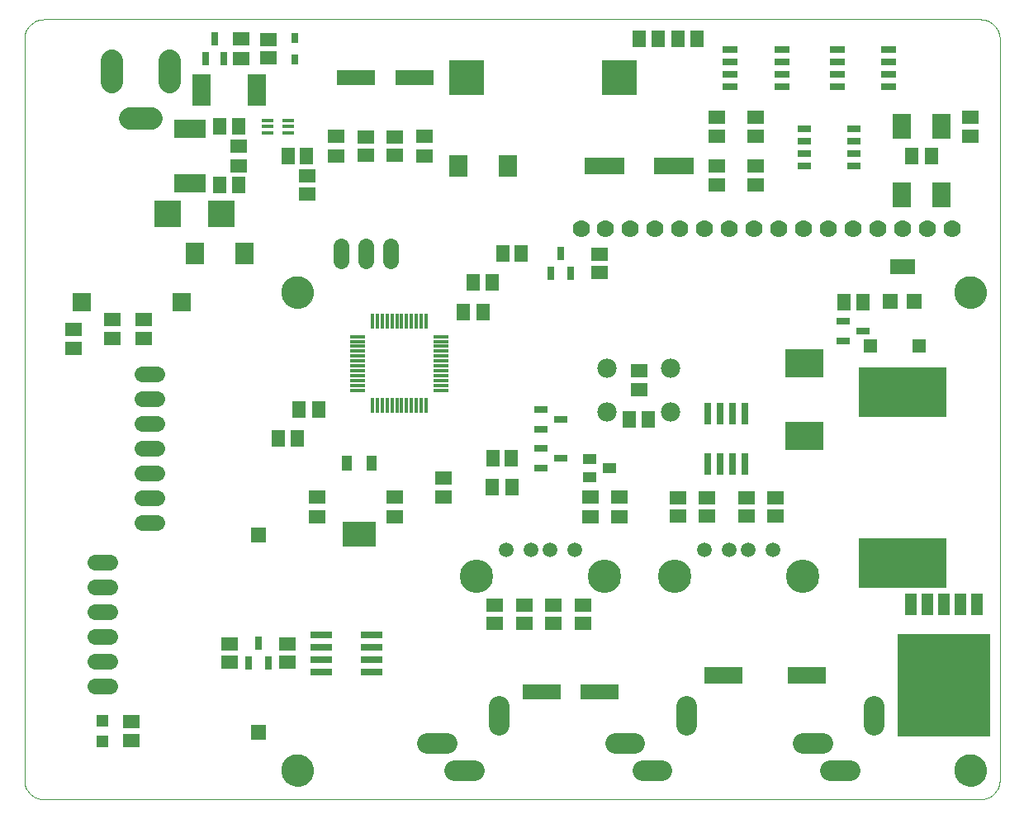
<source format=gts>
G75*
G70*
%OFA0B0*%
%FSLAX24Y24*%
%IPPOS*%
%LPD*%
%AMOC8*
5,1,8,0,0,1.08239X$1,22.5*
%
%ADD10C,0.0000*%
%ADD11C,0.1300*%
%ADD12C,0.0827*%
%ADD13C,0.1346*%
%ADD14C,0.0594*%
%ADD15R,0.1103X0.1103*%
%ADD16C,0.0700*%
%ADD17R,0.0138X0.0631*%
%ADD18R,0.0631X0.0138*%
%ADD19R,0.0749X0.1300*%
%ADD20R,0.0749X0.0985*%
%ADD21R,0.0552X0.0670*%
%ADD22R,0.1536X0.0591*%
%ADD23R,0.1615X0.0670*%
%ADD24R,0.0670X0.0552*%
%ADD25R,0.1418X0.1418*%
%ADD26R,0.0260X0.0560*%
%ADD27R,0.1300X0.0749*%
%ADD28R,0.0540X0.0290*%
%ADD29R,0.0640X0.0260*%
%ADD30R,0.0634X0.0634*%
%ADD31R,0.0555X0.0555*%
%ADD32R,0.1379X0.1024*%
%ADD33R,0.0434X0.0631*%
%ADD34C,0.0640*%
%ADD35R,0.3583X0.2009*%
%ADD36R,0.0560X0.0430*%
%ADD37R,0.1575X0.0670*%
%ADD38R,0.0276X0.0906*%
%ADD39R,0.0906X0.0276*%
%ADD40R,0.0591X0.0591*%
%ADD41R,0.1024X0.0591*%
%ADD42C,0.0780*%
%ADD43R,0.0749X0.0906*%
%ADD44R,0.0512X0.0512*%
%ADD45R,0.3780X0.4138*%
%ADD46R,0.0460X0.0890*%
%ADD47R,0.1536X0.1142*%
%ADD48C,0.0900*%
%ADD49R,0.0500X0.0180*%
%ADD50R,0.0560X0.0260*%
%ADD51R,0.0749X0.0749*%
%ADD52R,0.0276X0.0434*%
D10*
X000947Y001087D02*
X038743Y001087D01*
X038743Y001088D02*
X038797Y001090D01*
X038850Y001095D01*
X038903Y001104D01*
X038955Y001117D01*
X039007Y001133D01*
X039057Y001153D01*
X039105Y001176D01*
X039152Y001203D01*
X039197Y001232D01*
X039240Y001265D01*
X039280Y001300D01*
X039318Y001338D01*
X039353Y001378D01*
X039386Y001421D01*
X039415Y001466D01*
X039442Y001513D01*
X039465Y001561D01*
X039485Y001611D01*
X039501Y001663D01*
X039514Y001715D01*
X039523Y001768D01*
X039528Y001821D01*
X039530Y001875D01*
X039530Y031796D01*
X039528Y031850D01*
X039523Y031903D01*
X039514Y031956D01*
X039501Y032008D01*
X039485Y032060D01*
X039465Y032110D01*
X039442Y032158D01*
X039415Y032205D01*
X039386Y032250D01*
X039353Y032293D01*
X039318Y032333D01*
X039280Y032371D01*
X039240Y032406D01*
X039197Y032439D01*
X039152Y032468D01*
X039105Y032495D01*
X039057Y032518D01*
X039007Y032538D01*
X038955Y032554D01*
X038903Y032567D01*
X038850Y032576D01*
X038797Y032581D01*
X038743Y032583D01*
X000947Y032583D01*
X000893Y032581D01*
X000840Y032576D01*
X000787Y032567D01*
X000735Y032554D01*
X000683Y032538D01*
X000633Y032518D01*
X000585Y032495D01*
X000538Y032468D01*
X000493Y032439D01*
X000450Y032406D01*
X000410Y032371D01*
X000372Y032333D01*
X000337Y032293D01*
X000304Y032250D01*
X000275Y032205D01*
X000248Y032158D01*
X000225Y032110D01*
X000205Y032060D01*
X000189Y032008D01*
X000176Y031956D01*
X000167Y031903D01*
X000162Y031850D01*
X000160Y031796D01*
X000160Y001875D01*
X000162Y001821D01*
X000167Y001768D01*
X000176Y001715D01*
X000189Y001663D01*
X000205Y001611D01*
X000225Y001561D01*
X000248Y001513D01*
X000275Y001466D01*
X000304Y001421D01*
X000337Y001378D01*
X000372Y001338D01*
X000410Y001300D01*
X000450Y001265D01*
X000493Y001232D01*
X000538Y001203D01*
X000585Y001176D01*
X000633Y001153D01*
X000683Y001133D01*
X000735Y001117D01*
X000787Y001104D01*
X000840Y001095D01*
X000893Y001090D01*
X000947Y001088D01*
X010554Y002269D02*
X010556Y002319D01*
X010562Y002369D01*
X010572Y002418D01*
X010586Y002466D01*
X010603Y002513D01*
X010624Y002558D01*
X010649Y002602D01*
X010677Y002643D01*
X010709Y002682D01*
X010743Y002719D01*
X010780Y002753D01*
X010820Y002783D01*
X010862Y002810D01*
X010906Y002834D01*
X010952Y002855D01*
X010999Y002871D01*
X011047Y002884D01*
X011097Y002893D01*
X011146Y002898D01*
X011197Y002899D01*
X011247Y002896D01*
X011296Y002889D01*
X011345Y002878D01*
X011393Y002863D01*
X011439Y002845D01*
X011484Y002823D01*
X011527Y002797D01*
X011568Y002768D01*
X011607Y002736D01*
X011643Y002701D01*
X011675Y002663D01*
X011705Y002623D01*
X011732Y002580D01*
X011755Y002536D01*
X011774Y002490D01*
X011790Y002442D01*
X011802Y002393D01*
X011810Y002344D01*
X011814Y002294D01*
X011814Y002244D01*
X011810Y002194D01*
X011802Y002145D01*
X011790Y002096D01*
X011774Y002048D01*
X011755Y002002D01*
X011732Y001958D01*
X011705Y001915D01*
X011675Y001875D01*
X011643Y001837D01*
X011607Y001802D01*
X011568Y001770D01*
X011527Y001741D01*
X011484Y001715D01*
X011439Y001693D01*
X011393Y001675D01*
X011345Y001660D01*
X011296Y001649D01*
X011247Y001642D01*
X011197Y001639D01*
X011146Y001640D01*
X011097Y001645D01*
X011047Y001654D01*
X010999Y001667D01*
X010952Y001683D01*
X010906Y001704D01*
X010862Y001728D01*
X010820Y001755D01*
X010780Y001785D01*
X010743Y001819D01*
X010709Y001856D01*
X010677Y001895D01*
X010649Y001936D01*
X010624Y001980D01*
X010603Y002025D01*
X010586Y002072D01*
X010572Y002120D01*
X010562Y002169D01*
X010556Y002219D01*
X010554Y002269D01*
X010554Y021560D02*
X010556Y021610D01*
X010562Y021660D01*
X010572Y021709D01*
X010586Y021757D01*
X010603Y021804D01*
X010624Y021849D01*
X010649Y021893D01*
X010677Y021934D01*
X010709Y021973D01*
X010743Y022010D01*
X010780Y022044D01*
X010820Y022074D01*
X010862Y022101D01*
X010906Y022125D01*
X010952Y022146D01*
X010999Y022162D01*
X011047Y022175D01*
X011097Y022184D01*
X011146Y022189D01*
X011197Y022190D01*
X011247Y022187D01*
X011296Y022180D01*
X011345Y022169D01*
X011393Y022154D01*
X011439Y022136D01*
X011484Y022114D01*
X011527Y022088D01*
X011568Y022059D01*
X011607Y022027D01*
X011643Y021992D01*
X011675Y021954D01*
X011705Y021914D01*
X011732Y021871D01*
X011755Y021827D01*
X011774Y021781D01*
X011790Y021733D01*
X011802Y021684D01*
X011810Y021635D01*
X011814Y021585D01*
X011814Y021535D01*
X011810Y021485D01*
X011802Y021436D01*
X011790Y021387D01*
X011774Y021339D01*
X011755Y021293D01*
X011732Y021249D01*
X011705Y021206D01*
X011675Y021166D01*
X011643Y021128D01*
X011607Y021093D01*
X011568Y021061D01*
X011527Y021032D01*
X011484Y021006D01*
X011439Y020984D01*
X011393Y020966D01*
X011345Y020951D01*
X011296Y020940D01*
X011247Y020933D01*
X011197Y020930D01*
X011146Y020931D01*
X011097Y020936D01*
X011047Y020945D01*
X010999Y020958D01*
X010952Y020974D01*
X010906Y020995D01*
X010862Y021019D01*
X010820Y021046D01*
X010780Y021076D01*
X010743Y021110D01*
X010709Y021147D01*
X010677Y021186D01*
X010649Y021227D01*
X010624Y021271D01*
X010603Y021316D01*
X010586Y021363D01*
X010572Y021411D01*
X010562Y021460D01*
X010556Y021510D01*
X010554Y021560D01*
X037719Y021560D02*
X037721Y021610D01*
X037727Y021660D01*
X037737Y021709D01*
X037751Y021757D01*
X037768Y021804D01*
X037789Y021849D01*
X037814Y021893D01*
X037842Y021934D01*
X037874Y021973D01*
X037908Y022010D01*
X037945Y022044D01*
X037985Y022074D01*
X038027Y022101D01*
X038071Y022125D01*
X038117Y022146D01*
X038164Y022162D01*
X038212Y022175D01*
X038262Y022184D01*
X038311Y022189D01*
X038362Y022190D01*
X038412Y022187D01*
X038461Y022180D01*
X038510Y022169D01*
X038558Y022154D01*
X038604Y022136D01*
X038649Y022114D01*
X038692Y022088D01*
X038733Y022059D01*
X038772Y022027D01*
X038808Y021992D01*
X038840Y021954D01*
X038870Y021914D01*
X038897Y021871D01*
X038920Y021827D01*
X038939Y021781D01*
X038955Y021733D01*
X038967Y021684D01*
X038975Y021635D01*
X038979Y021585D01*
X038979Y021535D01*
X038975Y021485D01*
X038967Y021436D01*
X038955Y021387D01*
X038939Y021339D01*
X038920Y021293D01*
X038897Y021249D01*
X038870Y021206D01*
X038840Y021166D01*
X038808Y021128D01*
X038772Y021093D01*
X038733Y021061D01*
X038692Y021032D01*
X038649Y021006D01*
X038604Y020984D01*
X038558Y020966D01*
X038510Y020951D01*
X038461Y020940D01*
X038412Y020933D01*
X038362Y020930D01*
X038311Y020931D01*
X038262Y020936D01*
X038212Y020945D01*
X038164Y020958D01*
X038117Y020974D01*
X038071Y020995D01*
X038027Y021019D01*
X037985Y021046D01*
X037945Y021076D01*
X037908Y021110D01*
X037874Y021147D01*
X037842Y021186D01*
X037814Y021227D01*
X037789Y021271D01*
X037768Y021316D01*
X037751Y021363D01*
X037737Y021411D01*
X037727Y021460D01*
X037721Y021510D01*
X037719Y021560D01*
X037719Y002269D02*
X037721Y002319D01*
X037727Y002369D01*
X037737Y002418D01*
X037751Y002466D01*
X037768Y002513D01*
X037789Y002558D01*
X037814Y002602D01*
X037842Y002643D01*
X037874Y002682D01*
X037908Y002719D01*
X037945Y002753D01*
X037985Y002783D01*
X038027Y002810D01*
X038071Y002834D01*
X038117Y002855D01*
X038164Y002871D01*
X038212Y002884D01*
X038262Y002893D01*
X038311Y002898D01*
X038362Y002899D01*
X038412Y002896D01*
X038461Y002889D01*
X038510Y002878D01*
X038558Y002863D01*
X038604Y002845D01*
X038649Y002823D01*
X038692Y002797D01*
X038733Y002768D01*
X038772Y002736D01*
X038808Y002701D01*
X038840Y002663D01*
X038870Y002623D01*
X038897Y002580D01*
X038920Y002536D01*
X038939Y002490D01*
X038955Y002442D01*
X038967Y002393D01*
X038975Y002344D01*
X038979Y002294D01*
X038979Y002244D01*
X038975Y002194D01*
X038967Y002145D01*
X038955Y002096D01*
X038939Y002048D01*
X038920Y002002D01*
X038897Y001958D01*
X038870Y001915D01*
X038840Y001875D01*
X038808Y001837D01*
X038772Y001802D01*
X038733Y001770D01*
X038692Y001741D01*
X038649Y001715D01*
X038604Y001693D01*
X038558Y001675D01*
X038510Y001660D01*
X038461Y001649D01*
X038412Y001642D01*
X038362Y001639D01*
X038311Y001640D01*
X038262Y001645D01*
X038212Y001654D01*
X038164Y001667D01*
X038117Y001683D01*
X038071Y001704D01*
X038027Y001728D01*
X037985Y001755D01*
X037945Y001785D01*
X037908Y001819D01*
X037874Y001856D01*
X037842Y001895D01*
X037814Y001936D01*
X037789Y001980D01*
X037768Y002025D01*
X037751Y002072D01*
X037737Y002120D01*
X037727Y002169D01*
X037721Y002219D01*
X037719Y002269D01*
D11*
X038349Y002269D03*
X038349Y021560D03*
X011184Y021560D03*
X011184Y002269D03*
D12*
X016422Y003379D02*
X017209Y003379D01*
X017524Y002276D02*
X018312Y002276D01*
X019296Y004087D02*
X019296Y004875D01*
X023997Y003379D02*
X024784Y003379D01*
X025099Y002276D02*
X025886Y002276D01*
X026871Y004087D02*
X026871Y004875D01*
X031571Y003379D02*
X032359Y003379D01*
X032674Y002276D02*
X033461Y002276D01*
X034445Y004087D02*
X034445Y004875D01*
D13*
X031576Y010113D03*
X026403Y010113D03*
X023580Y010113D03*
X018407Y010113D03*
D14*
X019616Y011180D03*
X020600Y011180D03*
X021387Y011180D03*
X022371Y011180D03*
X027611Y011180D03*
X028596Y011180D03*
X029383Y011180D03*
X030367Y011180D03*
D15*
X008097Y024745D03*
X005932Y024745D03*
D16*
X022636Y024119D03*
X023601Y024119D03*
X024601Y024119D03*
X025601Y024119D03*
X026601Y024119D03*
X027601Y024119D03*
X028601Y024119D03*
X029601Y024119D03*
X030601Y024119D03*
X031601Y024119D03*
X032601Y024119D03*
X033601Y024119D03*
X034601Y024119D03*
X035601Y024119D03*
X036601Y024119D03*
X037601Y024119D03*
D17*
X016377Y020387D03*
X016180Y020387D03*
X015983Y020387D03*
X015786Y020387D03*
X015589Y020387D03*
X015392Y020387D03*
X015195Y020387D03*
X014999Y020387D03*
X014802Y020387D03*
X014605Y020387D03*
X014408Y020387D03*
X014211Y020387D03*
X014211Y017001D03*
X014408Y017001D03*
X014605Y017001D03*
X014802Y017001D03*
X014999Y017001D03*
X015195Y017001D03*
X015392Y017001D03*
X015589Y017001D03*
X015786Y017001D03*
X015983Y017001D03*
X016180Y017001D03*
X016377Y017001D03*
D18*
X016987Y017611D03*
X016987Y017808D03*
X016987Y018005D03*
X016987Y018202D03*
X016987Y018398D03*
X016987Y018595D03*
X016987Y018792D03*
X016987Y018989D03*
X016987Y019186D03*
X016987Y019383D03*
X016987Y019580D03*
X016987Y019776D03*
X013601Y019776D03*
X013601Y019580D03*
X013601Y019383D03*
X013601Y019186D03*
X013601Y018989D03*
X013601Y018792D03*
X013601Y018595D03*
X013601Y018398D03*
X013601Y018202D03*
X013601Y018005D03*
X013601Y017808D03*
X013601Y017611D03*
D19*
X009530Y029729D03*
X007325Y029729D03*
D20*
X035583Y028253D03*
X037178Y028253D03*
X037178Y025497D03*
X035583Y025497D03*
D21*
X035987Y027072D03*
X036774Y027072D03*
X033999Y021166D03*
X033251Y021166D03*
X025357Y016442D03*
X024569Y016442D03*
X019825Y014867D03*
X019077Y014867D03*
X019058Y013686D03*
X019845Y013686D03*
X018664Y020772D03*
X017877Y020772D03*
X018270Y021954D03*
X019058Y021954D03*
X019471Y023135D03*
X020219Y023135D03*
X012046Y016835D03*
X011258Y016835D03*
X011184Y015654D03*
X010396Y015654D03*
X008802Y025891D03*
X008054Y025891D03*
X008054Y028253D03*
X008802Y028253D03*
X010810Y027072D03*
X011558Y027072D03*
X024983Y031796D03*
X025731Y031796D03*
X026538Y031796D03*
X027325Y031796D03*
D22*
X015908Y030221D03*
X013546Y030221D03*
X021026Y005418D03*
X023388Y005418D03*
D23*
X023566Y026678D03*
X026361Y026678D03*
D24*
X028113Y026658D03*
X028113Y025910D03*
X029688Y025910D03*
X029688Y026658D03*
X029688Y027879D03*
X029688Y028627D03*
X028113Y028627D03*
X028113Y027879D03*
X023388Y023115D03*
X023388Y022367D03*
X024963Y018391D03*
X024963Y017643D03*
X024176Y013292D03*
X024176Y012505D03*
X022995Y012505D03*
X022995Y013292D03*
X026538Y013272D03*
X026538Y012524D03*
X027719Y012524D03*
X027719Y013272D03*
X029294Y013272D03*
X029294Y012524D03*
X030475Y012524D03*
X030475Y013272D03*
X022699Y008942D03*
X022699Y008194D03*
X021518Y008194D03*
X021518Y008942D03*
X020337Y008942D03*
X020337Y008194D03*
X019156Y008194D03*
X019156Y008942D03*
X015121Y012505D03*
X015121Y013292D03*
X017089Y013312D03*
X017089Y014060D03*
X011971Y013292D03*
X011971Y012505D03*
X010790Y007367D03*
X010790Y006619D03*
X008428Y006619D03*
X008428Y007367D03*
X004491Y004217D03*
X004491Y003469D03*
X002129Y019316D03*
X002129Y020064D03*
X003703Y019709D03*
X003703Y020457D03*
X004983Y020477D03*
X004983Y019690D03*
X011577Y025517D03*
X011577Y026265D03*
X012758Y027072D03*
X012758Y027859D03*
X013940Y027839D03*
X013940Y027091D03*
X015121Y027091D03*
X015121Y027839D03*
X016302Y027859D03*
X016302Y027072D03*
X010003Y031028D03*
X010003Y031776D03*
X008920Y031796D03*
X008920Y031009D03*
X008821Y027465D03*
X008821Y026678D03*
X038349Y027859D03*
X038349Y028646D03*
D25*
X024176Y030221D03*
X017996Y030221D03*
D26*
X021814Y023141D03*
X022214Y022341D03*
X021414Y022341D03*
X008197Y031002D03*
X007477Y031002D03*
X007837Y031802D03*
X009609Y007393D03*
X010009Y006593D03*
X009209Y006593D03*
D27*
X006853Y025969D03*
X006853Y028174D03*
D28*
X031656Y028178D03*
X031656Y027678D03*
X031656Y027178D03*
X031656Y026678D03*
X033656Y026678D03*
X033656Y027178D03*
X033656Y027678D03*
X033656Y028178D03*
D29*
X032978Y029865D03*
X032978Y030365D03*
X032978Y030865D03*
X032978Y031365D03*
X035058Y031365D03*
X035058Y030865D03*
X035058Y030365D03*
X035058Y029865D03*
X030728Y029865D03*
X030728Y030365D03*
X030728Y030865D03*
X030728Y031365D03*
X028648Y031365D03*
X028648Y030865D03*
X028648Y030365D03*
X028648Y029865D03*
D30*
X009609Y011767D03*
X009609Y003794D03*
D31*
X034314Y019394D03*
X036282Y019394D03*
D32*
X013664Y011816D03*
D33*
X014164Y014650D03*
X013164Y014650D03*
D34*
X005503Y014261D02*
X004903Y014261D01*
X004903Y015261D02*
X005503Y015261D01*
X005503Y016261D02*
X004903Y016261D01*
X004903Y017261D02*
X005503Y017261D01*
X005503Y018261D02*
X004903Y018261D01*
X004903Y013261D02*
X005503Y013261D01*
X005503Y012261D02*
X004903Y012261D01*
X003610Y010674D02*
X003010Y010674D01*
X003010Y009674D02*
X003610Y009674D01*
X003610Y008674D02*
X003010Y008674D01*
X003010Y007674D02*
X003610Y007674D01*
X003610Y006674D02*
X003010Y006674D01*
X003010Y005674D02*
X003610Y005674D01*
X012940Y022835D02*
X012940Y023435D01*
X013940Y023435D02*
X013940Y022835D01*
X014940Y022835D02*
X014940Y023435D01*
D35*
X035593Y017524D03*
X035593Y010635D03*
D36*
X023788Y014473D03*
X022988Y014103D03*
X022988Y014843D03*
D37*
X028384Y006107D03*
X031731Y006107D03*
D38*
X029256Y014631D03*
X028756Y014631D03*
X028256Y014631D03*
X027756Y014631D03*
X027756Y016678D03*
X028256Y016678D03*
X028756Y016678D03*
X029256Y016678D03*
D39*
X014176Y007743D03*
X014176Y007243D03*
X014176Y006743D03*
X014176Y006243D03*
X012129Y006243D03*
X012129Y006743D03*
X012129Y007243D03*
X012129Y007743D03*
D40*
X035101Y021206D03*
X036085Y021206D03*
D41*
X035593Y022583D03*
D42*
X026243Y018513D03*
X026243Y016733D03*
X023683Y016733D03*
X023683Y018513D03*
D43*
X019668Y026678D03*
X017660Y026678D03*
X009038Y023135D03*
X007030Y023135D03*
D44*
X003310Y004257D03*
X003310Y003430D03*
D45*
X037266Y005698D03*
D46*
X037266Y008978D03*
X037936Y008978D03*
X038606Y008978D03*
X036596Y008978D03*
X035926Y008978D03*
D47*
X031656Y015772D03*
X031656Y018686D03*
D48*
X006022Y030069D02*
X006022Y030929D01*
X003660Y030929D02*
X003660Y030069D01*
X004411Y028609D02*
X005271Y028609D01*
D49*
X009986Y028513D03*
X009986Y028253D03*
X009986Y027993D03*
X010806Y027993D03*
X010806Y028253D03*
X010806Y028513D03*
D50*
X021020Y016842D03*
X021020Y016042D03*
X021020Y015267D03*
X021020Y014467D03*
X021820Y014867D03*
X021820Y016442D03*
X033225Y019585D03*
X033225Y020385D03*
X034025Y019985D03*
D51*
X006499Y021166D03*
X002483Y021166D03*
D52*
X011085Y030969D03*
X011085Y031835D03*
M02*

</source>
